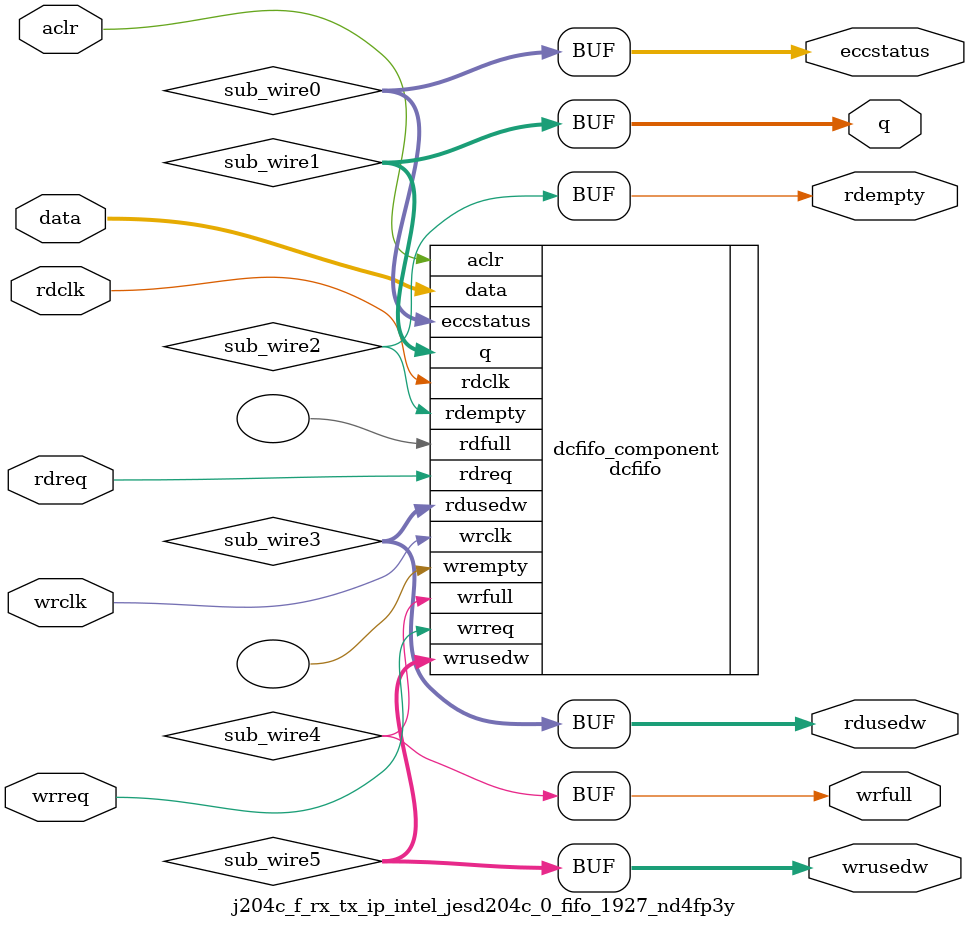
<source format=v>



`timescale 1 ps / 1 ps
// synopsys translate_on
module  j204c_f_rx_tx_ip_intel_jesd204c_0_fifo_1927_nd4fp3y  (
    aclr,
    data,
    rdclk,
    rdreq,
    wrclk,
    wrreq,
    eccstatus,
    q,
    rdempty,
    rdusedw,
    wrfull,
    wrusedw);

    input    aclr;
    input  [131:0]  data;
    input    rdclk;
    input    rdreq;
    input    wrclk;
    input    wrreq;
    output [1:0]  eccstatus;
    output [131:0]  q;
    output   rdempty;
    output [3:0]  rdusedw;
    output   wrfull;
    output [3:0]  wrusedw;
`ifndef ALTERA_RESERVED_QIS
// synopsys translate_off
`endif
    tri0     aclr;
`ifndef ALTERA_RESERVED_QIS
// synopsys translate_on
`endif

    wire [1:0] sub_wire0;
    wire [131:0] sub_wire1;
    wire  sub_wire2;
    wire [3:0] sub_wire3;
    wire  sub_wire4;
    wire [3:0] sub_wire5;
    wire [1:0] eccstatus = sub_wire0[1:0];
    wire [131:0] q = sub_wire1[131:0];
    wire  rdempty = sub_wire2;
    wire [3:0] rdusedw = sub_wire3[3:0];
    wire  wrfull = sub_wire4;
    wire [3:0] wrusedw = sub_wire5[3:0];

    dcfifo  dcfifo_component (
                .aclr (aclr),
                .data (data),
                .rdclk (rdclk),
                .rdreq (rdreq),
                .wrclk (wrclk),
                .wrreq (wrreq),
                .eccstatus (sub_wire0),
                .q (sub_wire1),
                .rdempty (sub_wire2),
                .rdusedw (sub_wire3),
                .wrfull (sub_wire4),
                .wrusedw (sub_wire5),
                .rdfull (),
                .wrempty ());
    defparam
        dcfifo_component.enable_ecc  = "TRUE",
        dcfifo_component.intended_device_family  = "Agilex 7",
        dcfifo_component.lpm_hint  = "RAM_BLOCK_TYPE=M20K,MAXIMUM_DEPTH=128,DISABLE_DCFIFO_EMBEDDED_TIMING_CONSTRAINT=TRUE",
        dcfifo_component.lpm_numwords  = 16,
        dcfifo_component.lpm_showahead  = "OFF",
        dcfifo_component.lpm_type  = "dcfifo",
        dcfifo_component.lpm_width  = 132,
        dcfifo_component.lpm_widthu  = 4,
        dcfifo_component.overflow_checking  = "ON",
        dcfifo_component.rdsync_delaypipe  = 4,
        dcfifo_component.read_aclr_synch  = "ON",
        dcfifo_component.underflow_checking  = "ON",
        dcfifo_component.use_eab  = "ON",
        dcfifo_component.write_aclr_synch  = "ON",
        dcfifo_component.wrsync_delaypipe  = 4;


endmodule



</source>
